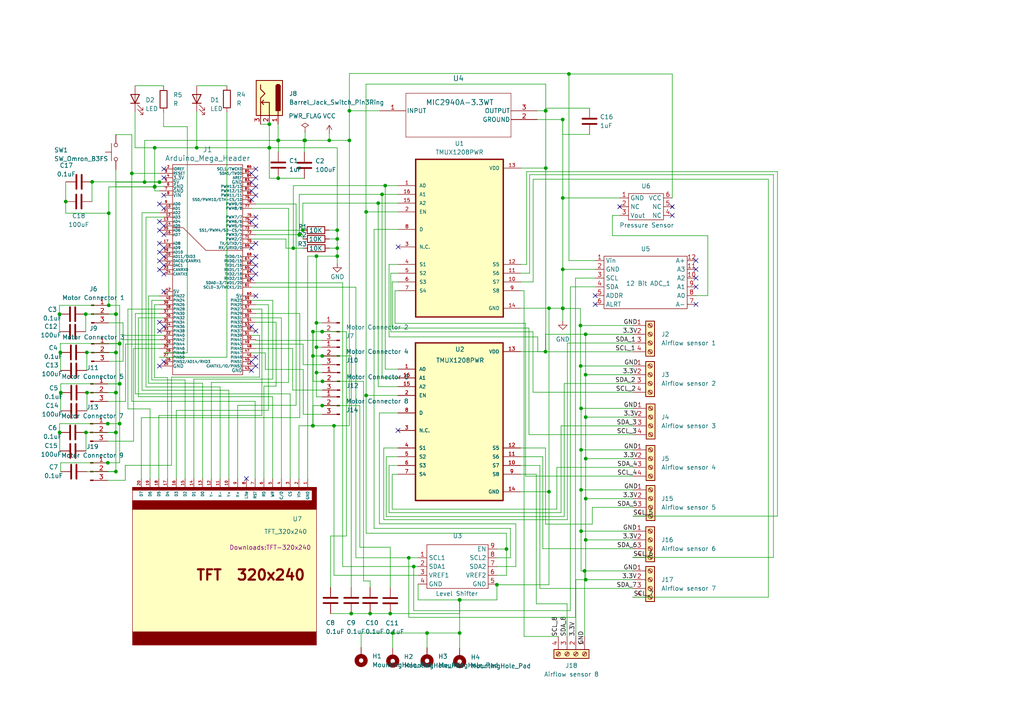
<source format=kicad_sch>
(kicad_sch (version 20230121) (generator eeschema)
  (paper "A4")
  (junction (at 97.816 71.9748))
  (junction (at 80.7516 40.7217))
  (junction (at 91.7735 100.6974))
  (junction (at 80.7036 51.6956))
  (junction (at 85.0707 71.9748))
  (junction (at 133.3147 173.9916))
  (junction (at 34.7133 111.3391))
  (junction (at 25.2438 113.8823))
  (junction (at 41.9409 52.82))
  (junction (at 106.1922 114.6895))
  (junction (at 95.5088 40.7217))
  (junction (at 113.9079 183.6001))
  (junction (at 90.7607 123.4897))
  (junction (at 111.7341 53.8355))
  (junction (at 97.816 69.305))
  (junction (at 33.6111 113.8791))
  (junction (at 33.6111 136.7766))
  (junction (at 133.3147 183.6001))
  (junction (at 159.2293 142.6295))
  (junction (at 34.7046 122.8841))
  (junction (at 169.5549 165.5872))
  (junction (at 24.9441 125.4253))
  (junction (at 106.1922 61.4555))
  (junction (at 163.204 34.6724))
  (junction (at 158.2187 101.9895))
  (junction (at 34.7133 111.3121))
  (junction (at 78.1236 36.0354))
  (junction (at 78.1009 42.8608))
  (junction (at 19.0655 58.4675))
  (junction (at 33.632 91.0943))
  (junction (at 80.6636 40.7217))
  (junction (at 31.2612 122.8841))
  (junction (at 168.3566 94.4124))
  (junction (at 97.816 74.2944))
  (junction (at 169.85 96.9524))
  (junction (at 101.8728 177.9599))
  (junction (at 33.632 102.219))
  (junction (at 78.1236 42.8608))
  (junction (at 91.7735 74.2944))
  (junction (at 146.9021 159.2403))
  (junction (at 44.871 54.201))
  (junction (at 33.632 102.2572))
  (junction (at 31.551 61.8342))
  (junction (at 44.871 54.09))
  (junction (at 119.9973 164.3203))
  (junction (at 90.7731 96.1874))
  (junction (at 109.6935 58.9155))
  (junction (at 93.4611 103.2374))
  (junction (at 113.1914 177.9599))
  (junction (at 169.85 108.6858))
  (junction (at 168.5379 118.4404))
  (junction (at 107.3557 177.9599))
  (junction (at 57.0648 42.8608))
  (junction (at 158.2956 48.7555))
  (junction (at 44.871 42.8608))
  (junction (at 163.2255 78.1183))
  (junction (at 17.6238 113.8823))
  (junction (at 169.8801 156.5882))
  (junction (at 133.3204 173.9916))
  (junction (at 24.8727 91.1088))
  (junction (at 33.632 91.1088))
  (junction (at 88.2653 40.7217))
  (junction (at 17.2527 91.1088))
  (junction (at 26.7336 52.7441))
  (junction (at 93.529 110.6034))
  (junction (at 158.2956 32.1324))
  (junction (at 168.5379 142.083))
  (junction (at 93.4324 96.1874))
  (junction (at 101.3356 40.7217))
  (junction (at 93.4611 117.6373))
  (junction (at 17.2871 125.4253))
  (junction (at 168.5379 130.4799))
  (junction (at 90.7498 123.4897))
  (junction (at 34.7133 99.6248))
  (junction (at 33.6111 125.4253))
  (junction (at 159.2293 89.3955))
  (junction (at 144.1273 169.6043))
  (junction (at 123.8638 183.6001))
  (junction (at 31.551 88.5543))
  (junction (at 46.2566 52.82))
  (junction (at 44.871 54.1734))
  (junction (at 91.7735 108.0634))
  (junction (at 33.632 113.8791))
  (junction (at 86.7939 68.06))
  (junction (at 118.5656 161.7803))
  (junction (at 163.2255 89.3955))
  (junction (at 168.5379 154.0482))
  (junction (at 38.2376 50.28))
  (junction (at 110.8158 56.3755))
  (junction (at 17.5036 102.219))
  (junction (at 91.7735 93.6474))
  (junction (at 163.2255 57.412))
  (junction (at 101.3356 32.1324))
  (junction (at 87.8386 66.7511))
  (junction (at 96.8718 123.4897))
  (junction (at 163.2255 89.4653))
  (junction (at 25.1879 102.219))
  (junction (at 169.8801 133.0199))
  (junction (at 168.4246 106.1458))
  (junction (at 169.8801 144.623))
  (junction (at 88.4845 40.7217))
  (junction (at 169.8801 120.9804))
  (junction (at 90.7731 103.2374))
  (junction (at 34.7133 99.7172))
  (junction (at 169.8801 168.1272))
  (junction (at 97.816 66.7511))
  (junction (at 31.2833 134.2366))
  (junction (at 158.2501 32.1324))
  (junction (at 165.0147 21.4526))
  (junction (at 33.6111 125.4241))
  (no_connect (at 72.9266 64.25))
  (no_connect (at 47.5266 94.73))
  (no_connect (at 47.5266 71.87))
  (no_connect (at 74.1966 74.41))
  (no_connect (at 46.2566 93.46))
  (no_connect (at 201.8539 80.6583))
  (no_connect (at 72.9266 50.28))
  (no_connect (at 46.2566 64.25))
  (no_connect (at 74.1966 65.52))
  (no_connect (at 72.9266 57.9))
  (no_connect (at 46.2566 75.68))
  (no_connect (at 72.9266 71.87))
  (no_connect (at 72.9266 80.76))
  (no_connect (at 71.464 138.8256))
  (no_connect (at 115.4872 71.6155))
  (no_connect (at 115.4234 124.8495))
  (no_connect (at 179.7503 59.952))
  (no_connect (at 74.1966 96))
  (no_connect (at 47.5266 51.55))
  (no_connect (at 74.1966 62.98))
  (no_connect (at 74.1966 85.84))
  (no_connect (at 194.9903 62.492))
  (no_connect (at 74.1966 76.95))
  (no_connect (at 47.5266 49.01))
  (no_connect (at 72.9266 107.43))
  (no_connect (at 47.5266 65.52))
  (no_connect (at 47.5266 60.44))
  (no_connect (at 74.1966 51.55))
  (no_connect (at 74.1966 106.16))
  (no_connect (at 47.5266 79.49))
  (no_connect (at 74.1966 56.63))
  (no_connect (at 72.9266 55.36))
  (no_connect (at 201.8539 83.1983))
  (no_connect (at 72.9266 104.89))
  (no_connect (at 72.9266 78.22))
  (no_connect (at 46.2566 66.79))
  (no_connect (at 47.5266 68.06))
  (no_connect (at 172.6439 85.7383))
  (no_connect (at 46.2566 106.16))
  (no_connect (at 47.5266 104.89))
  (no_connect (at 46.2566 73.14))
  (no_connect (at 47.5266 76.95))
  (no_connect (at 74.1966 79.49))
  (no_connect (at 47.5266 84.57))
  (no_connect (at 46.2566 70.6))
  (no_connect (at 201.8539 75.5783))
  (no_connect (at 74.1966 54.09))
  (no_connect (at 74.1966 70.6))
  (no_connect (at 172.6439 88.2783))
  (no_connect (at 72.9266 94.73))
  (no_connect (at 201.8539 78.1183))
  (no_connect (at 201.8539 88.2783))
  (no_connect (at 72.9266 52.82))
  (no_connect (at 194.9903 59.952))
  (no_connect (at 47.5266 56.63))
  (no_connect (at 74.1966 49.01))
  (no_connect (at 47.5266 74.41))
  (no_connect (at 46.2566 59.17))
  (no_connect (at 72.9266 75.68))
  (no_connect (at 74.1966 103.62))
  (no_connect (at 46.2566 78.22))
  (no_connect (at 46.2566 96))
  (wire (pts (xy 47.4456 36.7347) (xy 47.4456 32.6138)))
  (wire (pts (xy 46.2566 52.82) (xy 41.9409 52.82)))
  (wire (pts (xy 118.5656 179.0589) (xy 118.5656 161.7803)))
  (wire (pts (xy 111.7341 107.0695) (xy 111.7341 53.8355)))
  (wire (pts (xy 112.8455 76.6955) (xy 112.8455 97.7133)))
  (wire (pts (xy 156.5861 170.6672) (xy 183.4912 170.6672)))
  (wire (pts (xy 80.6636 40.7217) (xy 80.7516 40.7217)))
  (wire (pts (xy 95.5458 71.9748) (xy 97.816 71.9748)))
  (wire (pts (xy 133.3147 173.9916) (xy 133.3204 173.9916)))
  (wire (pts (xy 150.9834 101.9895) (xy 158.2187 101.9895)))
  (wire (pts (xy 44.0251 110.2004) (xy 44.0251 87.11)))
  (wire (pts (xy 33.632 52.82) (xy 41.9409 52.82)))
  (wire (pts (xy 36.3292 134.9697) (xy 36.3292 139.3166)))
  (wire (pts (xy 111.3074 129.9295) (xy 111.3074 150.7354)))
  (wire (pts (xy 183.4853 106.1458) (xy 168.4246 106.1458)))
  (wire (pts (xy 155.9701 97.7133) (xy 155.9701 102.0324)))
  (wire (pts (xy 162.7304 148.6948) (xy 162.7304 123.5204)))
  (wire (pts (xy 157.4407 132.4695) (xy 157.4407 159.1282)))
  (wire (pts (xy 61.304 110.9286) (xy 61.304 138.8256)))
  (wire (pts (xy 72.9266 69.33) (xy 82.9383 69.33)))
  (wire (pts (xy 35.7136 98.54) (xy 35.7136 104.7972)))
  (wire (pts (xy 42.3512 112.2301) (xy 63.844 112.2301)))
  (wire (pts (xy 157.4407 159.1282) (xy 183.5052 159.1282)))
  (wire (pts (xy 46.064 138.8256) (xy 46.064 120.5055)))
  (wire (pts (xy 123.8638 183.6001) (xy 133.3147 183.6001)))
  (wire (pts (xy 144.1273 173.9916) (xy 144.1273 169.6043)))
  (wire (pts (xy 35.7136 104.7972) (xy 31.564 104.7972)))
  (wire (pts (xy 33.6006 39.0385) (xy 38.2376 39.0385)))
  (wire (pts (xy 115.4234 132.4695) (xy 112.0216 132.4695)))
  (wire (pts (xy 158.2187 101.9895) (xy 158.2956 101.9895)))
  (wire (pts (xy 110.8158 56.3755) (xy 86.7939 56.3755)))
  (wire (pts (xy 24.9441 125.4253) (xy 33.6111 125.4253)))
  (wire (pts (xy 34.7133 99.6248) (xy 34.7133 99.7172)))
  (wire (pts (xy 93.4611 100.6974) (xy 91.7735 100.6974)))
  (wire (pts (xy 166.9193 80.6583) (xy 166.9193 179.0589)))
  (wire (pts (xy 37.0976 118.5948) (xy 43.524 118.5948)))
  (wire (pts (xy 150.9834 132.4695) (xy 157.4407 132.4695)))
  (wire (pts (xy 167.0149 184.6035) (xy 167.0149 168.1272)))
  (wire (pts (xy 104.3704 158.7168) (xy 113.1914 158.7168)))
  (wire (pts (xy 183.6214 118.4404) (xy 168.5379 118.4404)))
  (wire (pts (xy 158.2208 129.9295) (xy 158.2208 152.0227)))
  (wire (pts (xy 39.1731 32.4855) (xy 39.1731 42.8608)))
  (wire (pts (xy 115.4872 56.3755) (xy 110.8158 56.3755)))
  (wire (pts (xy 161.506 147.6745) (xy 161.506 135.5599)))
  (wire (pts (xy 17.2521 96.2096) (xy 17.2521 91.1088)))
  (wire (pts (xy 88.2653 44.1557) (xy 88.2653 40.7217)))
  (wire (pts (xy 89.244 74.2944) (xy 91.7735 74.2944)))
  (wire (pts (xy 101.3356 32.1324) (xy 101.3356 40.7217)))
  (wire (pts (xy 105.4439 110.6034) (xy 105.4439 168.5075)))
  (wire (pts (xy 76.544 138.8256) (xy 76.544 111.9916)))
  (wire (pts (xy 112.0216 149.8171) (xy 163.6486 149.8171)))
  (wire (pts (xy 97.816 66.7511) (xy 97.816 69.305)))
  (wire (pts (xy 150.9834 137.5495) (xy 155.5501 137.5495)))
  (wire (pts (xy 165.0147 21.4526) (xy 165.0147 21.3044)))
  (wire (pts (xy 114.5801 93.7921) (xy 152.4331 93.7921)))
  (wire (pts (xy 33.6006 49.1985) (xy 33.6006 54.1734)))
  (wire (pts (xy 91.7735 100.6974) (xy 91.7735 93.6474)))
  (wire (pts (xy 148.0394 161.7803) (xy 144.1273 161.7803)))
  (wire (pts (xy 112.0216 132.4695) (xy 112.0216 149.8171)))
  (wire (pts (xy 44.871 54.09) (xy 44.871 54.1734)))
  (wire (pts (xy 63.844 112.2301) (xy 63.844 138.8256)))
  (wire (pts (xy 46.2566 90.92) (xy 39.2695 90.92)))
  (wire (pts (xy 38.232 50.28) (xy 38.232 116.407)))
  (wire (pts (xy 107.3557 177.9599) (xy 113.1914 177.9599)))
  (wire (pts (xy 170.9956 38.9944) (xy 163.204 38.9944)))
  (wire (pts (xy 66.384 113.1819) (xy 66.384 138.8256)))
  (wire (pts (xy 31.329 116.4191) (xy 36.4175 116.4191)))
  (wire (pts (xy 183.4853 96.9524) (xy 169.85 96.9524)))
  (wire (pts (xy 90.7731 96.1874) (xy 93.4324 96.1874)))
  (wire (pts (xy 163.2255 89.4653) (xy 163.2255 93.0278)))
  (wire (pts (xy 133.3204 177.9599) (xy 133.3204 173.9916)))
  (wire (pts (xy 151.0472 84.3155) (xy 151.999 84.3155)))
  (wire (pts (xy 171.8004 152.0227) (xy 171.8004 147.163)))
  (wire (pts (xy 110.0332 151.9346) (xy 149.6207 151.9346)))
  (wire (pts (xy 44.871 42.8608) (xy 57.0648 42.8608)))
  (wire (pts (xy 86.9503 90.92) (xy 86.9503 121.1208)))
  (wire (pts (xy 74.1966 98.7274) (xy 74.1966 98.54)))
  (wire (pts (xy 75.2776 97.27) (xy 75.2776 109.3826)))
  (wire (pts (xy 115.4872 81.7755) (xy 113.764 81.7755)))
  (wire (pts (xy 77.8417 119.0318) (xy 77.8417 88.38)))
  (wire (pts (xy 169.8801 156.5882) (xy 169.8801 144.623)))
  (wire (pts (xy 183.5052 156.5882) (xy 169.8801 156.5882)))
  (wire (pts (xy 90.7731 96.1874) (xy 90.7498 96.1874)))
  (wire (pts (xy 121.2673 169.4003) (xy 121.2673 173.9916)))
  (wire (pts (xy 205.2933 68.3523) (xy 205.2933 85.7383)))
  (wire (pts (xy 96.8718 123.4897) (xy 101.3356 123.4897)))
  (wire (pts (xy 169.8801 144.623) (xy 169.8801 133.0199)))
  (wire (pts (xy 115.4234 114.6895) (xy 106.1922 114.6895)))
  (wire (pts (xy 110.0332 119.7695) (xy 110.0332 151.9346)))
  (wire (pts (xy 79.084 115.0688) (xy 79.084 138.8256)))
  (wire (pts (xy 105.4439 168.5075) (xy 107.3557 168.5075)))
  (wire (pts (xy 93.4611 115.0973) (xy 91.7735 115.0973)))
  (wire (pts (xy 155.8296 34.6724) (xy 163.204 34.6724)))
  (wire (pts (xy 113.7561 137.5495) (xy 113.7561 147.6745)))
  (wire (pts (xy 31.329 111.3391) (xy 34.7133 111.3391)))
  (wire (pts (xy 42.3512 62.98) (xy 42.3512 112.2301)))
  (wire (pts (xy 38.7529 127.9641) (xy 38.7529 101.08)))
  (wire (pts (xy 34.7046 134.2366) (xy 34.7046 122.8841)))
  (wire (pts (xy 115.4872 79.2355) (xy 113.3384 79.2355)))
  (wire (pts (xy 80.7036 51.6956) (xy 78.1009 51.6956)))
  (wire (pts (xy 119.9973 177.1042) (xy 119.9973 164.3203)))
  (wire (pts (xy 39.1731 24.8655) (xy 47.4456 24.8655)))
  (wire (pts (xy 93.529 110.6034) (xy 105.4439 110.6034)))
  (wire (pts (xy 72.9266 87.11) (xy 79.1215 87.11)))
  (wire (pts (xy 90.7731 103.2374) (xy 90.7731 96.1874)))
  (wire (pts (xy 93.4611 120.1773) (xy 87.954 120.1773)))
  (wire (pts (xy 183.6001 142.083) (xy 168.5379 142.083)))
  (wire (pts (xy 158.2187 96.9524) (xy 158.2187 101.9895)))
  (wire (pts (xy 65.8103 103.62) (xy 65.8103 32.5256)))
  (wire (pts (xy 183.6001 144.623) (xy 169.8801 144.623)))
  (wire (pts (xy 101.8728 177.9615) (xy 101.8728 177.9599)))
  (wire (pts (xy 177.6092 68.3523) (xy 205.2933 68.3523)))
  (wire (pts (xy 183.4853 94.4124) (xy 168.3566 94.4124)))
  (wire (pts (xy 36.3292 139.3166) (xy 31.2833 139.3166)))
  (wire (pts (xy 72.9266 99.81) (xy 87.9289 99.81)))
  (wire (pts (xy 159.2293 89.3955) (xy 163.2255 89.3955)))
  (wire (pts (xy 26.7336 52.7441) (xy 46.2566 52.7441)))
  (wire (pts (xy 47.4456 24.8655) (xy 47.4456 24.9938)))
  (wire (pts (xy 43.0826 111.1436) (xy 58.764 111.1436)))
  (wire (pts (xy 168.5379 118.4404) (xy 168.4246 118.4404)))
  (wire (pts (xy 225.4965 149.703) (xy 183.6001 149.703)))
  (wire (pts (xy 115.4872 53.8355) (xy 111.7341 53.8355)))
  (wire (pts (xy 110.1096 32.1324) (xy 101.3356 32.1324)))
  (wire (pts (xy 113.764 95.1527) (xy 153.4195 95.1527)))
  (wire (pts (xy 17.2871 122.8841) (xy 31.2612 122.8841)))
  (wire (pts (xy 168.5379 165.5872) (xy 168.5379 154.0482)))
  (wire (pts (xy 43.524 118.5948) (xy 43.524 138.8256)))
  (wire (pts (xy 35.698 93.6343) (xy 35.698 97.27)))
  (wire (pts (xy 106.1922 61.4555) (xy 106.1584 61.4555)))
  (wire (pts (xy 112.8455 97.7133) (xy 155.9701 97.7133)))
  (wire (pts (xy 166.9193 179.0589) (xy 118.5656 179.0589)))
  (wire (pts (xy 113.9079 187.9288) (xy 113.9079 183.6001)))
  (wire (pts (xy 93.529 108.0634) (xy 91.7735 108.0634)))
  (wire (pts (xy 108.4902 66.5355) (xy 108.4902 153.2611)))
  (wire (pts (xy 113.1914 177.9599) (xy 113.1914 178.0241)))
  (wire (pts (xy 93.4611 117.6373) (xy 104.3704 117.6373)))
  (wire (pts (xy 154.6345 51.9761) (xy 222.8644 51.9761)))
  (wire (pts (xy 151.0472 76.6955) (xy 152.7559 76.6955)))
  (wire (pts (xy 39.1731 42.8608) (xy 44.871 42.8608)))
  (wire (pts (xy 225.4965 49.7809) (xy 225.4965 149.703)))
  (wire (pts (xy 163.2255 57.412) (xy 163.2255 78.1183)))
  (wire (pts (xy 34.7133 111.3391) (xy 34.7133 111.3121)))
  (wire (pts (xy 79.1215 87.11) (xy 79.1215 109.9531)))
  (wire (pts (xy 17.2871 125.4253) (xy 17.2871 122.8841)))
  (wire (pts (xy 72.9266 66.79) (xy 87.8386 66.79)))
  (wire (pts (xy 34.7046 122.8841) (xy 34.7133 122.8841)))
  (wire (pts (xy 93.529 113.1434) (xy 84.89 113.1434)))
  (wire (pts (xy 103.2224 83.3) (xy 103.2224 161.7803)))
  (wire (pts (xy 91.7735 108.0634) (xy 91.7735 100.6974)))
  (wire (pts (xy 101.3356 123.4897) (xy 101.3356 40.7217)))
  (wire (pts (xy 87.8386 58.9155) (xy 109.6935 58.9155)))
  (wire (pts (xy 163.2255 78.1183) (xy 163.2255 89.3955)))
  (wire (pts (xy 46.2566 103.62) (xy 65.8103 103.62)))
  (wire (pts (xy 83.7066 60.44) (xy 83.7066 110.9286)))
  (wire (pts (xy 40.1313 92.19) (xy 40.1313 115.0688)))
  (wire (pts (xy 169.8801 168.1272) (xy 169.8801 156.5882)))
  (wire (pts (xy 110.8158 109.6095) (xy 110.8158 56.3755)))
  (wire (pts (xy 33.6006 54.1734) (xy 44.871 54.1734)))
  (wire (pts (xy 34.7133 88.5543) (xy 34.7133 99.6248)))
  (wire (pts (xy 163.2255 34.6724) (xy 163.2255 57.412)))
  (wire (pts (xy 201.8539 85.7383) (xy 205.2933 85.7383)))
  (wire (pts (xy 31.551 88.5543) (xy 34.7133 88.5543)))
  (wire (pts (xy 82.9383 69.33) (xy 82.9383 71.9748)))
  (wire (pts (xy 34.7133 99.7172) (xy 31.564 99.7172)))
  (wire (pts (xy 114.5801 84.3155) (xy 114.5801 93.7921)))
  (wire (pts (xy 172.6439 78.1183) (xy 163.2255 78.1183)))
  (wire (pts (xy 76.9384 107.1562) (xy 76.9384 102.35)))
  (wire (pts (xy 85.887 59.17) (xy 85.887 117.5606)))
  (wire (pts (xy 168.5379 154.0482) (xy 168.5379 142.083)))
  (wire (pts (xy 26.6855 52.7441) (xy 26.7336 52.7441)))
  (wire (pts (xy 44.871 54.1734) (xy 44.871 54.201)))
  (wire (pts (xy 90.7607 123.4897) (xy 96.8718 123.4897)))
  (wire (pts (xy 101.8728 177.9599) (xy 107.3557 177.9599)))
  (wire (pts (xy 72.9266 92.19) (xy 81.624 92.19)))
  (wire (pts (xy 74.1966 68.06) (xy 86.7939 68.06)))
  (wire (pts (xy 88.4845 38.2421) (xy 88.4845 40.7217)))
  (wire (pts (xy 38.2376 39.0385) (xy 38.2376 50.28)))
  (wire (pts (xy 109.6935 58.9155) (xy 115.4872 58.9155)))
  (wire (pts (xy 95.5014 69.305) (xy 97.816 69.305)))
  (wire (pts (xy 87.954 107.1562) (xy 76.9384 107.1562)))
  (wire (pts (xy 31.551 88.5543) (xy 31.551 61.8342)))
  (wire (pts (xy 161.506 135.5599) (xy 183.5874 135.5599)))
  (wire (pts (xy 25.1879 107.4421) (xy 25.1879 102.219)))
  (wire (pts (xy 86.9503 121.1208) (xy 40.984 121.1208)))
  (wire (pts (xy 150.9834 142.6295) (xy 159.2293 142.6295)))
  (wire (pts (xy 169.5549 184.6035) (xy 169.5549 165.5872)))
  (wire (pts (xy 33.632 102.219) (xy 33.632 102.2572)))
  (wire (pts (xy 146.9021 166.8603) (xy 146.9021 159.2403)))
  (wire (pts (xy 164.4749 175.1306) (xy 164.4749 184.6035)))
  (wire (pts (xy 46.2566 88.38) (xy 44.823 88.38)))
  (wire (pts (xy 31.551 93.6343) (xy 35.698 93.6343)))
  (wire (pts (xy 86.704 123.4897) (xy 90.7498 123.4897)))
  (wire (pts (xy 89.244 138.8256) (xy 89.244 74.2944)))
  (wire (pts (xy 113.7561 147.6745) (xy 161.506 147.6745)))
  (wire (pts (xy 74.1966 82.03) (xy 99.3961 82.03)))
  (wire (pts (xy 165.4262 83.1983) (xy 165.4262 177.1042)))
  (wire (pts (xy 112.8378 135.0095) (xy 112.8378 148.6948)))
  (wire (pts (xy 46.2566 85.84) (xy 43.0826 85.84)))
  (wire (pts (xy 49.748 134.9697) (xy 36.3292 134.9697)))
  (wire (pts (xy 57.0648 32.4855) (xy 57.0648 42.8608)))
  (wire (pts (xy 177.6092 62.492) (xy 177.6092 68.3523)))
  (wire (pts (xy 47.5266 102.35) (xy 54.326 102.35)))
  (wire (pts (xy 167.0149 168.1272) (xy 169.8801 168.1272)))
  (wire (pts (xy 158.2956 101.9895) (xy 158.2956 48.7555)))
  (wire (pts (xy 17.3241 130.7927) (xy 17.3241 125.4253)))
  (wire (pts (xy 158.2956 32.1324) (xy 158.2501 32.1324)))
  (wire (pts (xy 80.087 111.9916) (xy 80.087 93.46)))
  (wire (pts (xy 33.632 91.0943) (xy 33.632 52.82)))
  (wire (pts (xy 115.4234 137.5495) (xy 113.7561 137.5495)))
  (wire (pts (xy 151.0472 48.7555) (xy 158.2956 48.7555)))
  (wire (pts (xy 33.6111 136.8001) (xy 33.6111 136.7766)))
  (wire (pts (xy 19.0655 52.7441) (xy 19.1136 52.7441)))
  (wire (pts (xy 91.7735 74.2944) (xy 97.816 74.2944)))
  (wire (pts (xy 31.2612 127.9641) (xy 38.7529 127.9641)))
  (wire (pts (xy 31.551 91.0943) (xy 33.632 91.0943)))
  (wire (pts (xy 40.984 121.1208) (xy 40.984 138.8256)))
  (wire (pts (xy 87.8814 68.06) (xy 87.8814 69.305)))
  (wire (pts (xy 104.3704 117.6373) (xy 104.3704 158.7168)))
  (wire (pts (xy 172.6439 80.6583) (xy 166.9193 80.6583)))
  (wire (pts (xy 155.5501 137.5495) (xy 155.5501 175.1306)))
  (wire (pts (xy 115.4234 109.6095) (xy 110.8158 109.6095)))
  (wire (pts (xy 24.8721 96.2096) (xy 24.8721 91.1088)))
  (wire (pts (xy 51.144 138.8256) (xy 51.144 119.0318)))
  (wire (pts (xy 95.8768 177.9615) (xy 101.8728 177.9615)))
  (wire (pts (xy 88.2653 51.6956) (xy 88.2653 51.7757)))
  (wire (pts (xy 43.0826 85.84) (xy 43.0826 111.1436)))
  (wire (pts (xy 107.3557 168.5075) (xy 107.3557 170.3399)))
  (wire (pts (xy 87.8386 66.79) (xy 87.8386 66.7511)))
  (wire (pts (xy 91.7735 93.6474) (xy 91.7735 74.2944)))
  (wire (pts (xy 19.0655 61.8342) (xy 31.551 61.8342)))
  (wire (pts (xy 72.9266 60.44) (xy 83.7066 60.44)))
  (wire (pts (xy 149.6207 151.9346) (xy 149.6207 164.3203)))
  (wire (pts (xy 85.0707 71.9748) (xy 87.9258 71.9748)))
  (wire (pts (xy 33.6111 125.4253) (xy 33.6111 136.7766)))
  (wire (pts (xy 113.3384 79.2355) (xy 113.3384 96.2417)))
  (wire (pts (xy 25.2327 113.8823) (xy 25.2438 113.8823)))
  (wire (pts (xy 25.2438 113.8823) (xy 33.632 113.8823)))
  (wire (pts (xy 82.9383 71.9748) (xy 85.0707 71.9748)))
  (wire (pts (xy 33.632 113.8823) (xy 33.632 113.8791)))
  (wire (pts (xy 155.9701 102.0324) (xy 183.4853 102.0324)))
  (wire (pts (xy 144.1273 159.2403) (xy 146.9021 159.2403)))
  (wire (pts (xy 194.9903 21.4526) (xy 165.0147 21.4526)))
  (wire (pts (xy 163.204 38.9944) (xy 163.204 34.6724)))
  (wire (pts (xy 47.5266 89.65) (xy 37.0976 89.65)))
  (wire (pts (xy 111.7341 53.8355) (xy 85.0707 53.8355)))
  (wire (pts (xy 17.5036 102.219) (xy 17.5036 99.6248)))
  (wire (pts (xy 17.2527 91.1088) (xy 17.2527 88.5543)))
  (wire (pts (xy 224.3276 50.6748) (xy 224.3276 161.6682)))
  (wire (pts (xy 144.1273 166.8603) (xy 146.9021 166.8603)))
  (wire (pts (xy 154.6345 81.7755) (xy 154.6345 51.9761)))
  (wire (pts (xy 153.6076 79.2355) (xy 153.6076 50.6748)))
  (wire (pts (xy 75.9642 89.65) (xy 72.9266 89.65)))
  (wire (pts (xy 115.4872 84.3155) (xy 114.5801 84.3155)))
  (wire (pts (xy 90.7498 96.1874) (xy 90.7498 123.4897)))
  (wire (pts (xy 86.7939 68.06) (xy 87.8814 68.06)))
  (wire (pts (xy 93.4611 103.2374) (xy 101.8728 103.2374)))
  (wire (pts (xy 31.551 54.201) (xy 44.871 54.201)))
  (wire (pts (xy 53.684 110.2004) (xy 44.0251 110.2004)))
  (wire (pts (xy 93.4324 93.6474) (xy 91.7735 93.6474)))
  (wire (pts (xy 108.4902 153.2611) (xy 148.0394 153.2611)))
  (wire (pts (xy 75.2776 109.3826) (xy 49.748 109.3826)))
  (wire (pts (xy 34.7133 111.3121) (xy 34.7133 99.7172)))
  (wire (pts (xy 93.4611 117.6373) (xy 90.7607 117.6373)))
  (wire (pts (xy 183.4853 108.6858) (xy 169.85 108.6858)))
  (wire (pts (xy 84.164 114.237) (xy 84.164 138.8256)))
  (wire (pts (xy 154.5925 96.2417) (xy 154.5925 113.7658)))
  (wire (pts (xy 96.8718 166.8603) (xy 96.8718 123.4897)))
  (wire (pts (xy 93.4324 98.7274) (xy 74.1966 98.7274)))
  (wire (pts (xy 93.529 110.6034) (xy 90.7731 110.6034)))
  (wire (pts (xy 88.2653 40.7217) (xy 88.4845 40.7217)))
  (wire (pts (xy 39.2695 90.92) (xy 39.2695 114.237)))
  (wire (pts (xy 113.9079 183.6001) (xy 123.8638 183.6001)))
  (wire (pts (xy 149.6207 164.3203) (xy 144.1273 164.3203)))
  (wire (pts (xy 38.7529 101.08) (xy 46.2566 101.08)))
  (wire (pts (xy 172.6439 75.5783) (xy 165.0147 75.5783)))
  (wire (pts (xy 95.4586 66.7511) (xy 97.816 66.7511)))
  (wire (pts (xy 24.9071 125.4253) (xy 24.9441 125.4253)))
  (wire (pts (xy 152.4331 138.0999) (xy 183.5874 138.0999)))
  (wire (pts (xy 158.2956 48.7555) (xy 158.2956 32.1324)))
  (wire (pts (xy 36.4175 116.4191) (xy 36.4175 99.81)))
  (wire (pts (xy 78.1009 51.6956) (xy 78.1009 42.8608)))
  (wire (pts (xy 97.816 69.305) (xy 97.816 71.9748)))
  (wire (pts (xy 34.7133 122.8841) (xy 34.7133 111.3391)))
  (wire (pts (xy 151.0472 81.7755) (xy 154.6345 81.7755)))
  (wire (pts (xy 109.6935 112.1495) (xy 109.6935 58.9155)))
  (wire (pts (xy 47.5266 62.98) (xy 42.3512 62.98)))
  (wire (pts (xy 79.1215 109.9531) (xy 56.224 109.9531)))
  (wire (pts (xy 100.4781 155.4674) (xy 95.8768 155.4674)))
  (wire (pts (xy 17.6127 119.1535) (xy 17.6127 113.8823)))
  (wire (pts (xy 115.4234 135.0095) (xy 112.8378 135.0095)))
  (wire (pts (xy 68.924 117.5606) (xy 68.924 138.8256)))
  (wire (pts (xy 24.9441 130.7927) (xy 24.9441 125.4253)))
  (wire (pts (xy 151.999 84.3155) (xy 151.999 184.6035)))
  (wire (pts (xy 113.1914 177.9599) (xy 133.3204 177.9599)))
  (wire (pts (xy 165.4262 83.1983) (xy 172.6439 83.1983)))
  (wire (pts (xy 46.2566 50.28) (xy 38.2376 50.28)))
  (wire (pts (xy 44.0251 87.11) (xy 47.5266 87.11)))
  (wire (pts (xy 146.9021 154.6619) (xy 106.1922 154.6619)))
  (wire (pts (xy 87.8386 66.7511) (xy 87.8386 58.9155)))
  (wire (pts (xy 46.2566 52.7441) (xy 46.2566 52.82)))
  (wire (pts (xy 101.3356 40.7217) (xy 95.5088 40.7217)))
  (wire (pts (xy 115.4872 76.6955) (xy 112.8455 76.6955)))
  (wire (pts (xy 17.5036 99.6248) (xy 34.7133 99.6248)))
  (wire (pts (xy 33.6111 125.4241) (xy 33.6111 125.4253)))
  (wire (pts (xy 169.5549 165.5872) (xy 183.4912 165.5872)))
  (wire (pts (xy 17.2527 88.5543) (xy 31.551 88.5543)))
  (wire (pts (xy 81.624 92.19) (xy 81.624 138.8256)))
  (wire (pts (xy 168.5379 130.4799) (xy 168.5379 118.4404)))
  (wire (pts (xy 57.0648 24.8655) (xy 65.8103 24.8655)))
  (wire (pts (xy 87.9289 99.81) (xy 87.9289 105.7774)))
  (wire (pts (xy 85.0707 53.8355) (xy 85.0707 71.9748)))
  (wire (pts (xy 224.3276 161.6682) (xy 183.5052 161.6682)))
  (wire (pts (xy 144.1273 169.6043) (xy 159.2293 169.6043)))
  (wire (pts (xy 163.6486 149.8171) (xy 163.6486 111.2258)))
  (wire (pts (xy 115.4234 112.1495) (xy 109.6935 112.1495)))
  (wire (pts (xy 165.0147 21.4526) (xy 165.0147 75.5783)))
  (wire (pts (xy 75.5836 36.0354) (xy 78.1236 36.0354)))
  (wire (pts (xy 165.0147 21.3044) (xy 101.3356 21.3044)))
  (wire (pts (xy 150.9834 135.0095) (xy 156.5861 135.0095)))
  (wire (pts (xy 44.823 88.38) (xy 44.823 109.5117)))
  (wire (pts (xy 46.2566 55.36) (xy 44.871 55.36)))
  (wire (pts (xy 33.6111 113.8791) (xy 33.632 113.8791)))
  (wire (pts (xy 38.2376 50.28) (xy 38.232 50.28)))
  (wire (pts (xy 31.2612 122.8841) (xy 34.7046 122.8841)))
  (wire (pts (xy 170.9956 31.3744) (xy 158.2501 31.3744)))
  (wire (pts (xy 123.8638 187.8566) (xy 123.8638 183.6001)))
  (wire (pts (xy 75.9642 120.5055) (xy 75.9642 89.65)))
  (wire (pts (xy 169.8801 133.0199) (xy 169.8801 120.9804)))
  (wire (pts (xy 115.4234 129.9295) (xy 111.3074 129.9295)))
  (wire (pts (xy 155.5501 175.1306) (xy 164.4749 175.1306)))
  (wire (pts (xy 48.604 109.5117) (xy 48.604 138.8256)))
  (wire (pts (xy 53.684 138.8256) (xy 53.684 110.2004)))
  (wire (pts (xy 118.5656 161.7803) (xy 121.2673 161.7803)))
  (wire (pts (xy 151.999 184.6035) (xy 161.9349 184.6035)))
  (wire (pts (xy 33.632 102.2572) (xy 31.564 102.2572)))
  (wire (pts (xy 113.764 81.7755) (xy 113.764 95.1527)))
  (wire (pts (xy 156.5861 135.0095) (xy 156.5861 170.6672)))
  (wire (pts (xy 17.5679 107.4421) (xy 17.5679 102.219)))
  (wire (pts (xy 57.0648 42.8608) (xy 78.1009 42.8608)))
  (wire (pts (xy 31.2833 134.2366) (xy 34.7046 134.2366)))
  (wire (pts (xy 86.704 138.8256) (xy 86.704 123.4897)))
  (wire (pts (xy 168.3566 106.1458) (xy 168.3566 94.4124)))
  (wire (pts (xy 39.2695 114.237) (xy 84.164 114.237)))
  (wire (pts (xy 153.4195 95.1527) (xy 153.4195 126.0604)))
  (wire (pts (xy 84.89 113.1434) (xy 84.89 101.08)))
  (wire (pts (xy 93.4611 103.2374) (xy 90.7731 103.2374)))
  (wire (pts (xy 83.7066 110.9286) (xy 61.304 110.9286)))
  (wire (pts (xy 80.6636 36.0354) (xy 80.6636 40.7217)))
  (wire (pts (xy 31.329 113.8791) (xy 33.6111 113.8791)))
  (wire (pts (xy 74.1966 90.92) (xy 86.9503 90.92)))
  (wire (pts (xy 78.1009 42.8608) (xy 78.1236 42.8608)))
  (wire (pts (xy 152.4331 93.7921) (xy 152.4331 138.0999)))
  (wire (pts (xy 36.4175 99.81) (xy 47.5266 99.81)))
  (wire (pts (xy 17.6238 111.3121) (xy 34.7133 111.3121)))
  (wire (pts (xy 87.954 120.1773) (xy 87.954 107.1562)))
  (wire (pts (xy 40.1313 115.0688) (xy 79.084 115.0688)))
  (wire (pts (xy 115.4234 107.0695) (xy 111.7341 107.0695)))
  (wire (pts (xy 158.2956 24.4062) (xy 158.2956 32.1324)))
  (wire (pts (xy 25.2197 136.8001) (xy 33.6111 136.8001)))
  (wire (pts (xy 19.0655 58.4675) (xy 19.0655 52.7441)))
  (wire (pts (xy 17.2521 91.1088) (xy 17.2527 91.1088)))
  (wire (pts (xy 179.7503 62.492) (xy 177.6092 62.492)))
  (wire (pts (xy 46.2566 98.54) (xy 35.7136 98.54)))
  (wire (pts (xy 171.8004 147.163) (xy 183.6001 147.163)))
  (wire (pts (xy 91.7735 115.0973) (xy 91.7735 108.0634)))
  (wire (pts (xy 41.9409 52.82) (xy 41.9409 40.7217)))
  (wire (pts (xy 80.7516 40.7217) (xy 80.7516 44.0756)))
  (wire (pts (xy 97.816 71.9748) (xy 97.816 74.2944)))
  (wire (pts (xy 54.326 36.7347) (xy 47.4456 36.7347)))
  (wire (pts (xy 154.5925 113.7658) (xy 183.4853 113.7658)))
  (wire (pts (xy 159.2293 169.6043) (xy 159.2293 142.6295)))
  (wire (pts (xy 158.2501 32.1324) (xy 155.8296 32.1324)))
  (wire (pts (xy 24.8727 91.1088) (xy 33.632 91.1088)))
  (wire (pts (xy 163.6486 111.2258) (xy 183.4853 111.2258)))
  (wire (pts (xy 101.8728 103.2374) (xy 101.8728 170.3399)))
  (wire (pts (xy 165.4262 177.1042) (xy 119.9973 177.1042)))
  (wire (pts (xy 164.5669 150.7354) (xy 164.5669 99.4924)))
  (wire (pts (xy 44.871 54.201) (xy 44.871 55.36)))
  (wire (pts (xy 159.2293 142.6295) (xy 159.2293 89.3955)))
  (wire (pts (xy 153.4195 126.0604) (xy 183.6214 126.0604)))
  (wire (pts (xy 58.764 111.1436) (xy 58.764 138.8256)))
  (wire (pts (xy 153.6076 50.6748) (xy 224.3276 50.6748)))
  (wire (pts (xy 72.9266 83.3) (xy 103.2224 83.3)))
  (wire (pts (xy 54.326 102.35) (xy 54.326 36.7347)))
  (wire (pts (xy 19.0655 58.4675) (xy 19.0655 61.8342)))
  (wire (pts (xy 38.232 116.407) (xy 74.004 116.407)))
  (wire (pts (xy 74.1966 59.17) (xy 85.887 59.17)))
  (wire (pts (xy 194.9903 57.412) (xy 194.9903 21.4526)))
  (wire (pts (xy 88.4845 40.7217) (xy 95.5088 40.7217)))
  (wire (pts (xy 152.7559 49.7809) (xy 225.4965 49.7809)))
  (wire (pts (xy 113.3384 96.2417) (xy 154.5925 96.2417)))
  (wire (pts (xy 17.6238 113.8823) (xy 17.6238 111.3121)))
  (wire (pts (xy 183.5874 130.4799) (xy 168.5379 130.4799)))
  (wire (pts (xy 17.5679 102.219) (xy 17.5036 102.219)))
  (wire (pts (xy 17.6127 113.8823) (xy 17.6238 113.8823)))
  (wire (pts (xy 87.9289 105.7774) (xy 93.4611 105.7774)))
  (wire (pts (xy 119.9973 164.3203) (xy 121.2673 164.3203)))
  (wire (pts (xy 146.9021 159.2403) (xy 146.9021 154.6619)))
  (wire (pts (xy 25.1236 102.219) (xy 25.1879 102.219)))
  (wire (pts (xy 162.7304 123.5204) (xy 183.6214 123.5204)))
  (wire (pts (xy 158.2501 31.3744) (xy 158.2501 32.1324)))
  (wire (pts (xy 121.2673 173.9916) (xy 133.3147 173.9916)))
  (wire (pts (xy 103.2224 161.7803) (xy 118.5656 161.7803)))
  (wire (pts (xy 76.9384 102.35) (xy 72.9266 102.35)))
  (wire (pts (xy 133.3204 173.9916) (xy 144.1273 173.9916)))
  (wire (pts (xy 51.144 119.0318) (xy 77.8417 119.0318)))
  (wire (pts (xy 44.823 109.5117) (xy 48.604 109.5117)))
  (wire (pts (xy 33.632 91.0943) (xy 33.632 91.1088)))
  (wire (pts (xy 115.4872 61.4555) (xy 106.1922 61.4555)))
  (wire (pts (xy 25.2327 119.1535) (xy 25.2327 113.8823)))
  (wire (pts (xy 121.2673 166.8603) (xy 96.8718 166.8603)))
  (wire (pts (xy 46.064 120.5055) (xy 75.9642 120.5055)))
  (wire (pts (xy 95.5088 40.7217) (xy 95.5088 38.8684)))
  (wire (pts (xy 41.9409 40.7217) (xy 80.6636 40.7217)))
  (wire (pts (xy 24.8721 91.1088) (xy 24.8727 91.1088)))
  (wire (pts (xy 183.5874 133.0199) (xy 169.8801 133.0199)))
  (wire (pts (xy 95.8768 155.4674) (xy 95.8768 170.3415)))
  (wire (pts (xy 169.85 96.9524) (xy 158.2187 96.9524)))
  (wire (pts (xy 56.224 109.9531) (xy 56.224 138.8256)))
  (wire (pts (xy 104.7456 187.7695) (xy 104.7456 183.6001)))
  (wire (pts (xy 169.85 108.6858) (xy 169.85 96.9524)))
  (wire (pts (xy 168.3566 94.4124) (xy 168.3566 89.4653)))
  (wire (pts (xy 47.5266 92.19) (xy 40.1313 92.19)))
  (wire (pts (xy 86.7939 56.3755) (xy 86.7939 68.06)))
  (wire (pts (xy 152.7559 76.6955) (xy 152.7559 49.7809)))
  (wire (pts (xy 106.1584 61.4555) (xy 106.1584 24.4062)))
  (wire (pts (xy 169.85 120.9804) (xy 169.85 108.6858)))
  (wire (pts (xy 37.0976 89.65) (xy 37.0976 118.5948)))
  (wire (pts (xy 46.2566 61.71) (xy 41.1952 61.71)))
  (wire (pts (xy 115.4234 119.7695) (xy 110.0332 119.7695)))
  (wire (pts (xy 65.8103 24.8655) (xy 65.8103 24.9056)))
  (wire (pts (xy 41.1952 61.71) (xy 41.1952 113.1819)))
  (wire (pts (xy 33.6111 125.4241) (xy 33.6111 113.8791)))
  (wire (pts (xy 168.5379 165.5872) (xy 169.5549 165.5872)))
  (wire (pts (xy 169.8801 120.9804) (xy 169.85 120.9804)))
  (wire (pts (xy 72.9266 97.27) (xy 75.2776 97.27)))
  (wire (pts (xy 90.7498 123.4897) (xy 90.7607 123.4897)))
  (wire (pts (xy 97.816 74.2944) (xy 97.816 76.3862)))
  (wire (pts (xy 17.5997 134.2366) (xy 31.2833 134.2366)))
  (wire (pts (xy 31.2612 125.4241) (xy 33.6111 125.4241)))
  (wire (pts (xy 77.8417 88.38) (xy 74.1966 88.38)))
  (wire (pts (xy 17.5997 136.8001) (xy 17.5997 134.2366)))
  (wire (pts (xy 78.1236 42.8608) (xy 97.816 42.8608)))
  (wire (pts (xy 151.0472 79.2355) (xy 153.6076 79.2355)))
  (wire (pts (xy 183.5052 154.0482) (xy 168.5379 154.0482)))
  (wire (pts (xy 168.4246 106.1458) (xy 168.3566 106.1458)))
  (wire (pts (xy 33.632 91.1088) (xy 33.632 102.219)))
  (wire (pts (xy 144.1273 169.6043) (xy 144.1273 169.4003)))
  (wire (pts (xy 41.1952 113.1819) (xy 66.384 113.1819)))
  (wire (pts (xy 31.2833 136.7766) (xy 33.6111 136.7766)))
  (wire (pts (xy 168.4246 118.4404) (xy 168.4246 106.1458)))
  (wire (pts (xy 80.087 93.46) (xy 74.1966 93.46)))
  (wire (pts (xy 85.887 117.5606) (xy 68.924 117.5606)))
  (wire (pts (xy 158.2208 152.0227) (xy 171.8004 152.0227)))
  (wire (pts (xy 93.4324 96.1874) (xy 100.4781 96.1874)))
  (wire (pts (xy 179.7503 57.412) (xy 163.2255 57.412)))
  (wire (pts (xy 133.3147 183.6001) (xy 133.3147 188.0731)))
  (wire (pts (xy 106.1922 154.6619) (xy 106.1922 114.6895)))
  (wire (pts (xy 222.8644 51.9761) (xy 222.8644 173.2072)))
  (wire (pts (xy 78.1236 36.0354) (xy 78.1236 42.8608)))
  (wire (pts (xy 84.89 101.08) (xy 74.1966 101.08)))
  (wire (pts (xy 222.8644 173.2072) (xy 183.4912 173.2072)))
  (wire (pts (xy 100.4781 96.1874) (xy 100.4781 155.4674)))
  (wire (pts (xy 76.544 111.9916) (xy 80.087 111.9916)))
  (wire (pts (xy 80.7516 44.0756) (xy 80.7036 44.0756)))
  (wire (pts (xy 97.816 42.8608) (xy 97.816 66.7511)))
  (wire (pts (xy 25.1879 102.219) (xy 33.632 102.219)))
  (wire (pts (xy 113.1914 158.7168) (xy 113.1914 170.4041)))
  (wire (pts (xy 112.8378 148.6948) (xy 162.7304 148.6948)))
  (wire (pts (xy 47.5266 54.09) (xy 44.871 54.09)))
  (wire (pts (xy 90.7607 117.6373) (xy 90.7607 123.4897)))
  (wire (pts (xy 35.698 97.27) (xy 47.5266 97.27)))
  (wire (pts (xy 90.7731 110.6034) (xy 90.7731 103.2374)))
  (wire (pts (xy 133.3147 173.9916) (xy 133.3147 183.6001)))
  (wire (pts (xy 44.871 42.8608) (xy 44.871 54.09)))
  (wire (pts (xy 49.748 109.3826) (xy 49.748 134.9697)))
  (wire (pts (xy 80.7036 51.6956) (xy 88.2653 51.6956)))
  (wire (pts (xy 104.7456 183.6001) (xy 113.9079 183.6001)))
  (wire (pts (xy 17.3241 125.4253) (xy 17.2871 125.4253)))
  (wire (pts (xy 183.6214 120.9804) (xy 169.8801 120.9804)))
  (wire (pts (xy 164.5669 99.4924) (xy 183.4853 99.4924)))
  (wire (pts (xy 183.4912 168.1272) (xy 169.8801 168.1272)))
  (wire (pts (xy 26.6855 58.4675) (xy 26.6855 52.7441)))
  (wire (pts (xy 163.204 34.6724) (xy 163.2255 34.6724)))
  (wire (pts (xy 168.5379 142.083) (xy 168.5379 130.4799)))
  (wire (pts (xy 115.4872 66.5355) (xy 108.4902 66.5355)))
  (wire (pts (xy 99.3961 82.03) (xy 99.3961 164.3203)))
  (wire (pts (xy 74.004 116.407) (xy 74.004 138.8256)))
  (wire (pts (xy 33.632 113.8791) (xy 33.632 102.2572)))
  (wire (pts (xy 148.0394 153.2611) (xy 148.0394 161.7803)))
  (wire (pts (xy 101.3356 21.3044) (xy 101.3356 32.1324)))
  (wire (pts (xy 168.3566 89.4653) (xy 163.2255 89.4653)))
  (wire (pts (xy 163.2255 89.3955) (xy 163.2255 89.4653)))
  (wire (pts (xy 106.1922 114.6895) (xy 106.1922 61.4555)))
  (wire (pts (xy 111.3074 150.7354) (xy 164.5669 150.7354)))
  (wire (pts (xy 150.9834 129.9295) (xy 158.2208 129.9295)))
  (wire (pts (xy 99.3961 164.3203) (xy 119.9973 164.3203)))
  (wire (pts (xy 106.1584 24.4062) (xy 158.2956 24.4062)))
  (wire (pts (xy 80.7516 40.7217) (xy 88.2653 40.7217)))
  (wire (pts (xy 31.551 61.8342) (xy 31.551 54.201)))
  (wire (pts (xy 151.0472 89.3955) (xy 159.2293 89.3955)))
  (label "SCL_2" (at 178.5897 113.7658 0))
  (label "GND" (at 180.8267 94.4124 0))
  (label "GND" (at 180.8119 165.5872 0))
  (label "SCL_3" (at 178.8783 126.0604 0))
  (label "SCL_1" (at 178.4454 102.0324 0))
  (label "GND" (at 180.6676 154.0482 0))
  (label "3.3V" (at 180.5665 108.6858 0))
  (label "SDA_7" (at 178.7821 170.6672 0))
  (label "SDA_2" (at 178.3973 111.2258 0))
  (label "SCL_8" (at 161.9349 184.6035 90))
  (label "SCL_4" (at 178.9865 138.0999 0))
  (label "3.3V" (at 167.0149 184.6035 90))
  (label "3.3V" (at 180.8159 120.9804 0))
  (label "GND" (at 180.9883 142.083 0))
  (label "3.3V" (at 180.6115 144.623 0))
  (label "SCL_6" (at 183.6496 161.6682 0))
  (label "3.3V" (at 180.5794 156.5882 0))
  (label "SCL_7" (at 183.7518 173.2072 0))
  (label "GND" (at 181.0308 106.1458 0))
  (label "SDA_6" (at 178.9264 159.1282 0))
  (label "SDA_3" (at 178.8061 123.5204 0))
  (label "3.3V" (at 180.4031 168.1272 0))
  (label "SDA_5" (at 178.9865 147.163 0))
  (label "SCL_5" (at 183.6001 149.703 0))
  (label "3.3V" (at 180.5665 96.9524 0))
  (label "SDA_1" (at 178.474 99.4924 0))
  (label "GND" (at 169.5549 182.9306 270))
  (label "SDA_8" (at 164.4749 184.6035 90))
  (label "GND" (at 180.9628 130.4799 0))
  (label "SDA_4" (at 178.9865 135.5599 0))
  (label "GND" (at 180.8948 118.4404 0))
  (label "3.3V" (at 180.7252 133.0199 0))
  (symbol (lib_id "Connector:Screw_Terminal_01x04") (at 188.5653 96.9524 0) (unit 1)
    (property "Reference" "J2" (at 191.77 96.9524 0) (effects (justify left)))
    (property "Value" "Airflow sensor 1" (at 191.77 99.4924 0) (effects (justify left)))
    (property "Footprint" "Downloads:TE_1-770174-1" (effects hide))
  )
  (symbol (lib_id "Mechanical:MountingHole_Pad") (at 123.8638 190.3966 180) (unit 1)
    (property "Reference" "H3" (at 127.0682 190.3966 0) (effects (justify right)))
    (property "Value" "MountingHole_Pad" (at 127.0682 192.9366 0) (effects (justify right)))
    (property "Footprint" "MountingHole:MountingHole_3.5mm_Pad" (effects hide))
  )
  (symbol (lib_id "Connector:Screw_Terminal_01x04") (at 188.5852 156.5882 0) (unit 1)
    (property "Reference" "J16" (at 191.77 156.5882 0) (effects (justify left)))
    (property "Value" "Airflow sensor 6" (at 191.77 159.1282 0) (effects (justify left)))
    (property "Footprint" "Downloads:TE_1-770174-1" (effects hide))
  )
  (symbol (lib_id "power:VCC") (at 95.5088 38.8684 0) (unit 1)
    (property "Reference" "#PWR02" (effects hide))
    (property "Value" "VCC" (at 95.5088 33.6416 0))
  )
  (symbol (lib_id "Device:C") (at 22.9236 52.7441 90) (unit 1)
    (property "Reference" "C17" (at 19.227 47.9806 90))
    (property "Value" "0.1uF" (at 19.227 50.5206 90))
    (property "Footprint" "Cap 1uF:CAP_C330C_MR_X7R_KEM" (effects hide))
  )
  (symbol (lib_id "Device:R") (at 91.7358 71.9748 90) (unit 1)
    (property "Reference" "R3" (at 87.6711 70.765 90))
    (property "Value" "10K" (at 91.581 72.0414 90))
    (property "Footprint" "Resistor_THT:R_Axial_DIN0207_L6.3mm_D2.5mm_P10.16mm_Horizontal" (effects hide))
  )
  (symbol (lib_id "Device:R") (at 91.6486 66.7511 90) (unit 1)
    (property "Reference" "R1" (at 87.7916 65.768 90))
    (property "Value" "10K" (at 91.5705 66.8261 90))
    (property "Footprint" "Resistor_THT:R_Axial_DIN0207_L6.3mm_D2.5mm_P10.16mm_Horizontal" (effects hide))
  )
  (symbol (lib_id "Device:LED") (at 39.1731 28.6755 90) (unit 1)
    (property "Reference" "D2" (at 42.1826 28.993 90) (effects (justify right)))
    (property "Value" "LED" (at 42.1826 31.533 90) (effects (justify right)))
    (property "Footprint" "LED_THT:LED_D3.0mm" (effects hide))
  )
  (symbol (lib_id "TMUX1208PWR:TMUX1208PWR") (at 133.2034 122.3095 0) (unit 1)
    (property "Reference" "U2" (at 133.3876 101.3185 0))
    (property "Value" "TMUX1208PWR" (at 133.4556 104.5154 0))
    (property "Footprint" "TMUX1208PWR:SOP65P640X120-16N" (effects hide))
    (property "DigiKey_Part_Number" "296-51847-2-ND" (effects hide))
    (property "MF" "Texas Instruments" (effects hide))
    (property "Purchase-URL" "https://www.snapeda.com/api/url_track_click_mouser/?unipart_id=3223186&manufacturer=Texas Instruments&part_name=TMUX1208PWR&search_term=None" (effects hide))
    (property "Package" "TSSOP-16 Texas Instruments" (effects hide))
    (property "SnapEDA_Link" "https://www.snapeda.com/parts/TMUX1208PWR/Texas+Instruments/view-part/?ref=snap" (effects hide))
    (property "MP" "TMUX1208PWR" (effects hide))
    (property "Description" "\n5-V, 8:1, 1-channel general-purpose analog multiplexer with 1.8-V input logic\n" (effects hide))
    (property "Check_prices" "https://www.snapeda.com/parts/TMUX1208PWR/Texas+Instruments/view-part/?ref=eda" (effects hide))
  )
  (symbol (lib_id "tft_320x240:TFT_320x240") (at 72.734 141.3656 180) (unit 1)
    (property "Reference" "U7" (at 84.854 150.5207 0) (effects (justify right)))
    (property "Value" "TFT_320x240" (at 76.5896 154.1938 0) (effects (justify right)))
    (property "Footprint" "Downloads:TFT-320x240" (at 66.4887 158.7852 0) (effects (justify right)))
  )
  (symbol (lib_id "Device:C") (at 113.1914 174.2141 0) (unit 1)
    (property "Reference" "C11" (at 111.7846 180.7071 0) (effects (justify left)))
    (property "Value" "0.1uF" (at 111.7846 183.2471 0) (effects (justify left)))
    (property "Footprint" "Cap 1uF:CAP_C330C_MR_X7R_KEM" (effects hide))
  )
  (symbol (lib_id "Device:C") (at 21.4097 136.8001 90) (unit 1)
    (property "Reference" "C7" (at 15.542 135.4625 90))
    (property "Value" "0.1uF" (at 15.542 138.0025 90))
    (property "Footprint" "Cap 1uF:CAP_C330C_MR_X7R_KEM" (effects hide))
  )
  (symbol (lib_id "Connector:Screw_Terminal_01x04") (at 167.0149 189.6835 270) (unit 1)
    (property "Reference" "J18" (at 165.7449 193.04 90))
    (property "Value" "Airflow sensor 8" (at 165.7449 195.58 90))
    (property "Footprint" "Downloads:TE_1-770174-1" (effects hide))
  )
  (symbol (lib_id "power:PWR_FLAG") (at 88.4845 38.2421 0) (unit 1)
    (property "Reference" "#FLG01" (effects hide))
    (property "Value" "PWR_FLAG" (at 88.4845 33.6416 0))
  )
  (symbol (lib_id "Connector:Conn_01x03_Pin") (at 26.1812 125.4241 0) (unit 1)
    (property "Reference" "J13" (at 26.8162 118.11 0))
    (property "Value" "Motor Connector 7" (at 26.8162 120.65 0))
    (property "Footprint" "Connector_PinHeader_2.54mm:PinHeader_1x03_P2.54mm_Horizontal" (effects hide))
  )
  (symbol (lib_id "power:GND") (at 163.2255 93.0278 0) (unit 1)
    (property "Reference" "#PWR03" (effects hide))
    (property "Value" "GND" (at 163.2255 98.4116 0))
  )
  (symbol (lib_id "Connector:Conn_01x03_Pin") (at 26.471 91.0943 0) (unit 1)
    (property "Reference" "J6" (at 27.106 83.82 0))
    (property "Value" "Motor Connector 1" (at 27.106 86.36 0))
    (property "Footprint" "Connector_PinHeader_2.54mm:PinHeader_1x03_P2.54mm_Horizontal" (effects hide))
  )
  (symbol (lib_id "2023-09-26_16-52-27:MIC2940A-3.3WT") (at 110.1096 32.1324 0) (unit 1)
    (property "Reference" "U4" (at 132.9696 22.7323 0) (effects (font (size 1.524 1.524))))
    (property "Value" "MIC2940A-3.3WT" (at 133.3768 29.6986 0) (effects (font (size 1.524 1.524))))
    (property "Footprint" "footprints:TO220-3LD-PL-1_MCH" (effects hide))
    (property "Datasheet" "MIC2940A-3.3WT" (effects hide))
  )
  (symbol (lib_id "Mechanical:MountingHole_Pad") (at 113.9079 190.4688 180) (unit 1)
    (property "Reference" "H2" (at 117.1123 190.4688 0) (effects (justify right)))
    (property "Value" "MountingHole_Pad" (at 117.1123 193.0088 0) (effects (justify right)))
    (property "Footprint" "MountingHole:MountingHole_3.5mm_Pad" (effects hide))
  )
  (symbol (lib_id "Device:C") (at 107.3557 174.1499 0) (unit 1)
    (property "Reference" "C10" (at 105.9489 180.6429 0) (effects (justify left)))
    (property "Value" "0.1uF" (at 105.9489 183.1829 0) (effects (justify left)))
    (property "Footprint" "Cap 1uF:CAP_C330C_MR_X7R_KEM" (effects hide))
  )
  (symbol (lib_id "Device:C") (at 80.7036 47.8856 0) (unit 1)
    (property "Reference" "C1" (at 83.82 46.6156 0) (effects (justify left)))
    (property "Value" "1uF" (at 83.82 49.1556 0) (effects (justify left)))
    (property "Footprint" "Cap 1uF:CAP_C330C_MR_X7R_KEM" (effects hide))
  )
  (symbol (lib_id "Switch:SW_Omron_B3FS") (at 33.6006 44.1185 90) (unit 1)
    (property "Reference" "SW1" (at 15.679 43.5212 90) (effects (justify right)))
    (property "Value" "SW_Omron_B3FS" (at 15.679 46.0612 90) (effects (justify right)))
    (property "Footprint" "Button_Switch_SMD:SW_SPST_Omron_B3FS-100xP" (effects hide))
    (property "Datasheet" "https://omronfs.omron.com/en_US/ecb/products/pdf/en-b3fs.pdf" (effects hide))
  )
  (symbol (lib_id "Device:C") (at 21.4338 113.8823 90) (unit 1)
    (property "Reference" "C5" (at 15.5661 112.5447 90))
    (property "Value" "0.1uF" (at 15.5661 115.0847 90))
    (property "Footprint" "Cap 1uF:CAP_C330C_MR_X7R_KEM" (effects hide))
  )
  (symbol (lib_id "w_connectors:Arduino_Mega_Header") (at 60.2266 78.22 0) (unit 1)
    (property "Reference" "J1" (at 60.2266 43.357 0) (effects (font (size 1.524 1.524))))
    (property "Value" "Arduino_Mega_Header" (at 60.2266 45.897 0) (effects (font (size 1.524 1.524))))
    (property "Footprint" "w_conn_misc:arduino_mega_header" (effects hide))
  )
  (symbol (lib_id "w_connectors:Level_Shifter") (at 127.6173 164.3203 270) (unit 1)
    (property "Reference" "U3" (at 132.6973 155.4253 90))
    (property "Value" "Level Shifter" (at 132.5016 172.1715 90))
    (property "Footprint" "w_conn_misc:Level Shifter" (effects hide))
  )
  (symbol (lib_id "Connector:Barrel_Jack_Switch_Pin3Ring") (at 78.1236 28.4154 270) (unit 1)
    (property "Reference" "J8" (at 83.82 27.1454 90) (effects (justify left)))
    (property "Value" "Barrel_Jack_Switch_Pin3Ring" (at 83.82 29.6854 90) (effects (justify left)))
    (property "Footprint" "Connector_BarrelJack:BarrelJack_Horizontal" (effects hide))
  )
  (symbol (lib_id "Mechanical:MountingHole_Pad") (at 104.7456 190.3095 180) (unit 1)
    (property "Reference" "H1" (at 107.95 190.3095 0) (effects (justify right)))
    (property "Value" "MountingHole_Pad" (at 107.95 192.8495 0) (effects (justify right)))
    (property "Footprint" "MountingHole:MountingHole_3.5mm_Pad" (effects hide))
  )
  (symbol (lib_id "Device:C") (at 95.8768 174.1515 0) (unit 1)
    (property "Reference" "C8" (at 94.47 180.6445 0) (effects (justify left)))
    (property "Value" "0.1uF" (at 94.47 183.1845 0) (effects (justify left)))
    (property "Footprint" "Cap 1uF:CAP_C330C_MR_X7R_KEM" (effects hide))
  )
  (symbol (lib_id "Device:C") (at 21.0621 96.2096 90) (unit 1)
    (property "Reference" "C12" (at 14.7598 94.6779 90))
    (property "Value" "100uF" (at 14.7598 97.2179 90))
    (property "Footprint" "Cap 100uF:CAP_YX_6P3X11_RUB" (effects hide))
  )
  (symbol (lib_id "Device:C") (at 21.4227 119.1535 90) (unit 1)
    (property "Reference" "C14" (at 15.1204 117.6218 90))
    (property "Value" "100uF" (at 15.1204 120.1618 90))
    (property "Footprint" "Cap 100uF:CAP_YX_6P3X11_RUB" (effects hide))
  )
  (symbol (lib_id "Connector:Screw_Terminal_01x04") (at 188.7014 120.9804 0) (unit 1)
    (property "Reference" "J4" (at 191.77 120.9804 0) (effects (justify left)))
    (property "Value" "Airflow sensor 3" (at 191.77 123.5204 0) (effects (justify left)))
    (property "Footprint" "Downloads:TE_1-770174-1" (effects hide))
  )
  (symbol (lib_id "Device:C") (at 21.0971 125.4253 90) (unit 1)
    (property "Reference" "C6" (at 15.2294 124.0877 90))
    (property "Value" "0.1uF" (at 15.2294 126.6277 90))
    (property "Footprint" "Cap 1uF:CAP_C330C_MR_X7R_KEM" (effects hide))
  )
  (symbol (lib_id "Connector:Conn_01x03_Pin") (at 98.5411 103.2374 0) (mirror y) (unit 1)
    (property "Reference" "J10" (at 100.3587 104.5074 0) (effects (justify right)))
    (property "Value" "Motor Connector 4" (at 100.3587 101.9674 0) (effects (justify right)))
    (property "Footprint" "Connector_PinHeader_2.54mm:PinHeader_1x03_P2.54mm_Horizontal" (effects hide))
  )
  (symbol (lib_id "Device:C") (at 88.2653 47.9657 0) (unit 1)
    (property "Reference" "C2" (at 91.44 46.6957 0) (effects (justify left)))
    (property "Value" "100uF" (at 91.44 49.2357 0) (effects (justify left)))
    (property "Footprint" "Cap 100uF:CAP_YX_6P3X11_RUB" (effects hide))
  )
  (symbol (lib_id "Device:R") (at 65.8103 28.7156 0) (unit 1)
    (property "Reference" "R4" (at 68.58 27.4456 0) (effects (justify left)))
    (property "Value" "R" (at 68.58 29.9856 0) (effects (justify left)))
    (property "Footprint" "Resistor_THT:R_Axial_DIN0207_L6.3mm_D2.5mm_P10.16mm_Horizontal" (effects hide))
  )
  (symbol (lib_id "TMUX1208PWR:TMUX1208PWR") (at 133.2672 69.0755 0) (unit 1)
    (property "Reference" "U1" (at 133.2672 41.6254 0))
    (property "Value" "TMUX1208PWR" (at 133.2672 44.1654 0))
    (property "Footprint" "TMUX1208PWR:SOP65P640X120-16N" (effects hide))
    (property "DigiKey_Part_Number" "296-51847-2-ND" (effects hide))
    (property "MF" "Texas Instruments" (effects hide))
    (property "Purchase-URL" "https://www.snapeda.com/api/url_track_click_mouser/?unipart_id=3223186&manufacturer=Texas Instruments&part_name=TMUX1208PWR&search_term=None" (effects hide))
    (property "Package" "TSSOP-16 Texas Instruments" (effects hide))
    (property "SnapEDA_Link" "https://www.snapeda.com/parts/TMUX1208PWR/Texas+Instruments/view-part/?ref=snap" (effects hide))
    (property "MP" "TMUX1208PWR" (effects hide))
    (property "Description" "\n5-V, 8:1, 1-channel general-purpose analog multiplexer with 1.8-V input logic\n" (effects hide))
    (property "Check_prices" "https://www.snapeda.com/parts/TMUX1208PWR/Texas+Instruments/view-part/?ref=eda" (effects hide))
  )
  (symbol (lib_id "Device:C") (at 170.9956 35.1844 0) (unit 1)
    (property "Reference" "C16" (at 173.99 33.9144 0) (effects (justify left)))
    (property "Value" "1uF" (at 173.99 36.4544 0) (effects (justify left)))
    (property "Footprint" "Cap 1uF:CAP_C330C_MR_X7R_KEM" (effects hide))
  )
  (symbol (lib_id "Device:C") (at 21.1341 130.7927 90) (unit 1)
    (property "Reference" "C15" (at 14.8318 129.261 90))
    (property "Value" "100uF" (at 14.8318 131.801 90))
    (property "Footprint" "Cap 100uF:CAP_YX_6P3X11_RUB" (effects hide))
  )
  (symbol (lib_id "Device:C") (at 101.8728 174.1499 0) (unit 1)
    (property "Reference" "C9" (at 100.466 180.6429 0) (effects (justify left)))
    (property "Value" "0.1uF" (at 100.466 183.1829 0) (effects (justify left)))
    (property "Footprint" "Cap 1uF:CAP_C330C_MR_X7R_KEM" (effects hide))
  )
  (symbol (lib_id "Mechanical:MountingHole_Pad") (at 133.3147 190.6131 180) (unit 1)
    (property "Reference" "H4" (at 136.5191 190.6131 0) (effects (justify right)))
    (property "Value" "MountingHole_Pad" (at 136.5191 193.1531 0) (effects (justify right)))
    (property "Footprint" "MountingHole:MountingHole_3.5mm_Pad" (effects hide))
  )
  (symbol (lib_id "Connector:Conn_01x03_Pin") (at 26.249 113.8791 0) (unit 1)
    (property "Reference" "J11" (at 26.884 106.68 0))
    (property "Value" "Motor Connector 5" (at 26.884 109.22 0))
    (property "Footprint" "Connector_PinHeader_2.54mm:PinHeader_1x03_P2.54mm_Horizontal" (effects hide))
  )
  (symbol (lib_id "Connector:Conn_01x03_Pin") (at 98.5411 117.6373 0) (mirror y) (unit 1)
    (property "Reference" "J14" (at 100.3587 118.9073 0) (effects (justify right)))
    (property "Value" "Motor Connector 8" (at 100.3587 116.3673 0) (effects (justify right)))
    (property "Footprint" "Connector_PinHeader_2.54mm:PinHeader_1x03_P2.54mm_Horizontal" (effects hide))
  )
  (symbol (lib_id "Connector:Screw_Terminal_01x04") (at 188.6801 144.623 0) (unit 1)
    (property "Reference" "J15" (at 191.77 144.623 0) (effects (justify left)))
    (property "Value" "Airflow sensor 5" (at 191.77 147.163 0) (effects (justify left)))
    (property "Footprint" "Downloads:TE_1-770174-1" (effects hide))
  )
  (symbol (lib_id "Device:C") (at 22.8755 58.4675 90) (unit 1)
    (property "Reference" "C18" (at 22.8274 62.6129 90))
    (property "Value" "100uF" (at 22.8274 65.1529 90))
    (property "Footprint" "Cap 100uF:CAP_YX_6P3X11_RUB" (effects hide))
  )
  (symbol (lib_id "w_connectors:Pressure_Sensor") (at 187.3703 59.952 0) (unit 1)
    (property "Reference" "U6" (at 187.3703 53.9616 0))
    (property "Value" "Pressure Sensor" (at 187.5743 65.3255 0))
    (property "Footprint" "w_conn_misc:Pressure Sensor" (effects hide))
  )
  (symbol (lib_id "Device:C") (at 21.3136 102.219 90) (unit 1)
    (property "Reference" "C4" (at 15.4459 100.8814 90))
    (property "Value" "0.1uF" (at 15.4459 103.4214 90))
    (property "Footprint" "Cap 1uF:CAP_C330C_MR_X7R_KEM" (effects hide))
  )
  (symbol (lib_id "w_connectors:12_bit_ADC_1") (at 187.8839 87.0083 0) (unit 1)
    (property "Reference" "U5" (at 187.2489 72.1976 0))
    (property "Value" "12 Bit ADC_1" (at 188.0283 82.2132 0))
    (property "Footprint" "w_conn_misc:12 Bit ADC_1" (effects hide))
  )
  (symbol (lib_id "Connector:Conn_01x03_Pin") (at 26.484 102.2572 0) (unit 1)
    (property "Reference" "J9" (at 27.119 95.25 0))
    (property "Value" "Motor Connector 3" (at 27.119 97.79 0))
    (property "Footprint" "Connector_PinHeader_2.54mm:PinHeader_1x03_P2.54mm_Horizontal" (effects hide))
  )
  (symbol (lib_id "Connector:Conn_01x03_Pin") (at 98.5124 96.1874 0) (mirror y) (unit 1)
    (property "Reference" "J7" (at 100.33 97.4574 0) (effects (justify right)))
    (property "Value" "Motor Connector 2" (at 100.33 94.9174 0) (effects (justify right)))
    (property "Footprint" "Connector_PinHeader_2.54mm:PinHeader_1x03_P2.54mm_Horizontal" (effects hide))
  )
  (symbol (lib_id "Device:R") (at 47.4456 28.8038 0) (unit 1)
    (property "Reference" "R5" (at 50.2153 27.5338 0) (effects (justify left)))
    (property "Value" "R" (at 50.2153 30.0738 0) (effects (justify left)))
    (property "Footprint" "Resistor_THT:R_Axial_DIN0207_L6.3mm_D2.5mm_P10.16mm_Horizontal" (effects hide))
  )
  (symbol (lib_id "Connector:Screw_Terminal_01x04") (at 188.6674 133.0199 0) (unit 1)
    (property "Reference" "J5" (at 191.77 133.0199 0) (effects (justify left)))
    (property "Value" "Airflow sensor 4" (at 191.77 135.5599 0) (effects (justify left)))
    (property "Footprint" "Downloads:TE_1-770174-1" (effects hide))
  )
  (symbol (lib_id "Device:R") (at 91.6914 69.305 90) (unit 1)
    (property "Reference" "R2" (at 87.6707 68.126 90))
    (property "Value" "10K" (at 91.5101 69.3655 90))
    (property "Footprint" "Resistor_THT:R_Axial_DIN0207_L6.3mm_D2.5mm_P10.16mm_Horizontal" (effects hide))
  )
  (symbol (lib_id "Connector:Conn_01x03_Pin") (at 98.609 110.6034 0) (mirror y) (unit 1)
    (property "Reference" "J12" (at 100.4266 111.8734 0) (effects (justify right)))
    (property "Value" "Motor Connector 6" (at 100.4266 109.3334 0) (effects (justify right)))
    (property "Footprint" "Connector_PinHeader_2.54mm:PinHeader_1x03_P2.54mm_Horizontal" (effects hide))
  )
  (symbol (lib_id "power:GND") (at 97.816 76.3862 0) (unit 1)
    (property "Reference" "#PWR01" (effects hide))
    (property "Value" "GND" (at 97.8625 80.3096 0))
  )
  (symbol (lib_id "Connector:Screw_Terminal_01x04") (at 188.5712 168.1272 0) (unit 1)
    (property "Reference" "J17" (at 191.77 168.1272 0) (effects (justify left)))
    (property "Value" "Airflow sensor 7" (at 191.77 170.6672 0) (effects (justify left)))
    (property "Footprint" "Downloads:TE_1-770174-1" (effects hide))
  )
  (symbol (lib_id "Connector:Conn_01x03_Pin") (at 26.2033 136.7766 0) (unit 1)
    (property "Reference" "J19" (at 26.8383 129.54 0))
    (property "Value" "Motor Connector 9" (at 26.8383 132.08 0))
    (property "Footprint" "Connector_PinHeader_2.54mm:PinHeader_1x03_P2.54mm_Horizontal" (effects hide))
  )
  (symbol (lib_id "Connector:Screw_Terminal_01x04") (at 188.5653 108.6858 0) (unit 1)
    (property "Reference" "J3" (at 191.77 108.6858 0) (effects (justify left)))
    (property "Value" "Airflow sensor 2" (at 191.77 111.2258 0) (effects (justify left)))
    (property "Footprint" "Downloads:TE_1-770174-1" (effects hide))
  )
  (symbol (lib_id "Device:LED") (at 57.0648 28.6755 90) (unit 1)
    (property "Reference" "D1" (at 60.96 28.993 90) (effects (justify right)))
    (property "Value" "LED" (at 60.96 31.533 90) (effects (justify right)))
    (property "Footprint" "LED_THT:LED_D3.0mm" (effects hide))
  )
  (symbol (lib_id "Device:C") (at 21.0627 91.1088 90) (unit 1)
    (property "Reference" "C3" (at 15.195 89.7712 90))
    (property "Value" "0.1uF" (at 15.195 92.3112 90))
    (property "Footprint" "Cap 1uF:CAP_C330C_MR_X7R_KEM" (effects hide))
  )
  (symbol (lib_id "Device:C") (at 21.3779 107.4421 90) (unit 1)
    (property "Reference" "C13" (at 15.0756 105.9104 90))
    (property "Value" "100uF" (at 15.0756 108.4504 90))
    (property "Footprint" "Cap 100uF:CAP_YX_6P3X11_RUB" (effects hide))
  )
)
</source>
